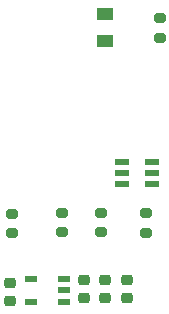
<source format=gtp>
G04 #@! TF.GenerationSoftware,KiCad,Pcbnew,9.0.6*
G04 #@! TF.CreationDate,2026-02-17T21:16:07-05:00*
G04 #@! TF.ProjectId,dvrk-ios,6476726b-2d69-46f7-932e-6b696361645f,rev?*
G04 #@! TF.SameCoordinates,Original*
G04 #@! TF.FileFunction,Paste,Top*
G04 #@! TF.FilePolarity,Positive*
%FSLAX46Y46*%
G04 Gerber Fmt 4.6, Leading zero omitted, Abs format (unit mm)*
G04 Created by KiCad (PCBNEW 9.0.6) date 2026-02-17 21:16:07*
%MOMM*%
%LPD*%
G01*
G04 APERTURE LIST*
G04 Aperture macros list*
%AMRoundRect*
0 Rectangle with rounded corners*
0 $1 Rounding radius*
0 $2 $3 $4 $5 $6 $7 $8 $9 X,Y pos of 4 corners*
0 Add a 4 corners polygon primitive as box body*
4,1,4,$2,$3,$4,$5,$6,$7,$8,$9,$2,$3,0*
0 Add four circle primitives for the rounded corners*
1,1,$1+$1,$2,$3*
1,1,$1+$1,$4,$5*
1,1,$1+$1,$6,$7*
1,1,$1+$1,$8,$9*
0 Add four rect primitives between the rounded corners*
20,1,$1+$1,$2,$3,$4,$5,0*
20,1,$1+$1,$4,$5,$6,$7,0*
20,1,$1+$1,$6,$7,$8,$9,0*
20,1,$1+$1,$8,$9,$2,$3,0*%
G04 Aperture macros list end*
%ADD10RoundRect,0.225000X0.250000X-0.225000X0.250000X0.225000X-0.250000X0.225000X-0.250000X-0.225000X0*%
%ADD11R,1.150000X0.600000*%
%ADD12RoundRect,0.200000X-0.275000X0.200000X-0.275000X-0.200000X0.275000X-0.200000X0.275000X0.200000X0*%
%ADD13RoundRect,0.225000X-0.250000X0.225000X-0.250000X-0.225000X0.250000X-0.225000X0.250000X0.225000X0*%
%ADD14R,1.450000X1.100001*%
%ADD15R,0.977900X0.508000*%
%ADD16RoundRect,0.200000X0.275000X-0.200000X0.275000X0.200000X-0.275000X0.200000X-0.275000X-0.200000X0*%
G04 APERTURE END LIST*
D10*
X52300000Y-46450000D03*
X52300000Y-44900000D03*
D11*
X61850000Y-34650000D03*
X61850000Y-35600000D03*
X61850000Y-36550000D03*
X64350000Y-36550000D03*
X64350000Y-35600000D03*
X64350000Y-34650000D03*
D12*
X63869950Y-39005050D03*
X63869950Y-40655050D03*
X52519950Y-39030050D03*
X52519950Y-40680050D03*
D13*
X58597249Y-44662499D03*
X58597249Y-46212499D03*
D14*
X60400000Y-22150000D03*
X60400000Y-24450000D03*
D12*
X60069950Y-38980050D03*
X60069950Y-40630050D03*
D15*
X56862499Y-46487500D03*
X56862499Y-45537499D03*
X56862499Y-44587498D03*
X54131999Y-44587498D03*
X54131999Y-46487500D03*
D13*
X62200000Y-44650000D03*
X62200000Y-46200000D03*
D16*
X65025000Y-24125000D03*
X65025000Y-22475000D03*
D13*
X60400000Y-44650000D03*
X60400000Y-46200000D03*
D12*
X56769950Y-38980050D03*
X56769950Y-40630050D03*
M02*

</source>
